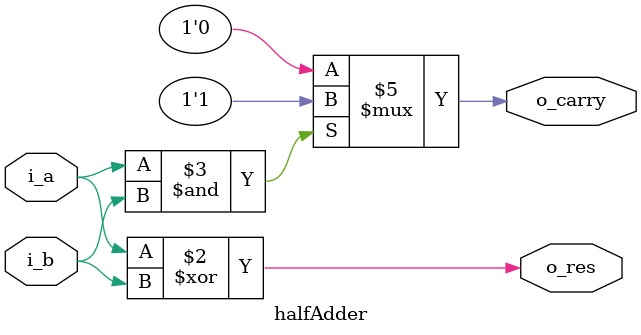
<source format=v>
`timescale 1ns / 1ps
module halfAdder(
	input wire i_a,
	input wire i_b,
	output reg o_res,
	output reg o_carry
    );
	
	always @(i_a,i_b)
	begin
	
	o_res = i_a ^ i_b;
	if(i_a & i_b)
	begin
	o_carry = 1;
	end
	else
	o_carry = 0;
	end

endmodule

</source>
